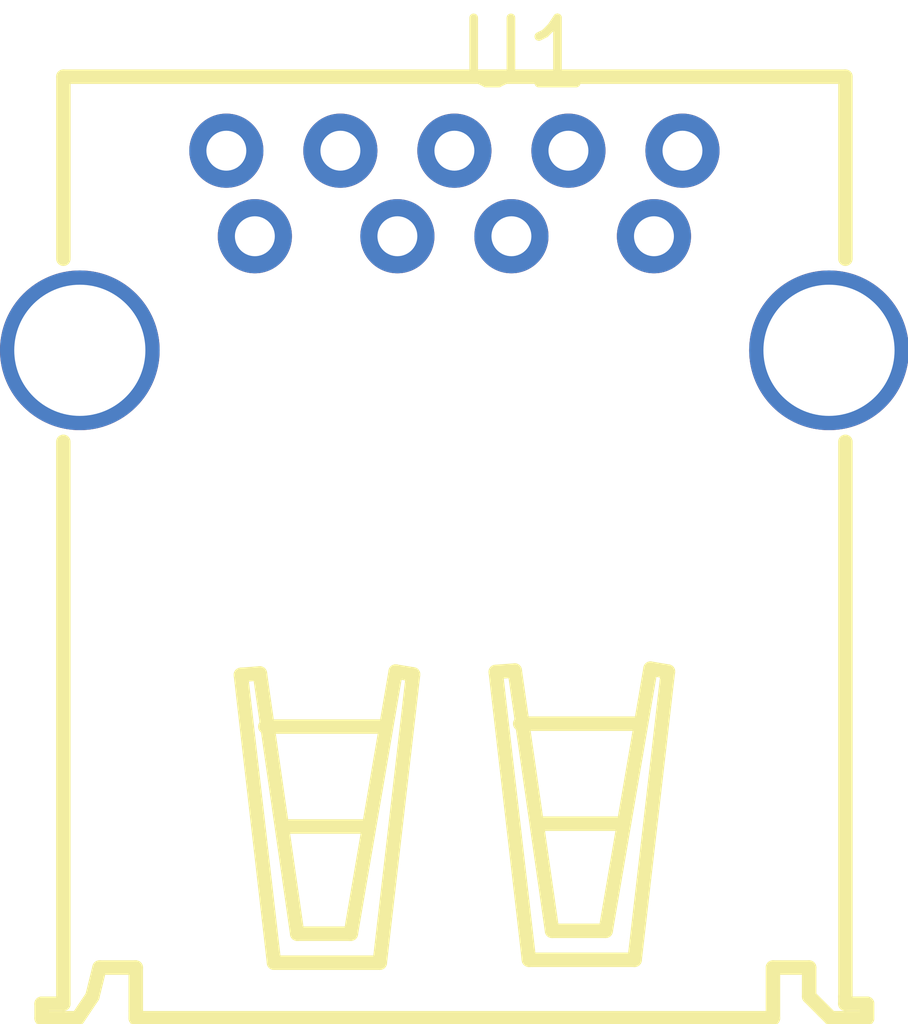
<source format=kicad_pcb>
(kicad_pcb (version 20211014) (generator pcbnew)
  (layers (0 "F.Cu" signal) (31 "B.Cu" signal) (34 "B.Paste" user) (35 "F.Paste" user) (36 "B.SilkS" user "B.Silkscreen") (37 "F.SilkS" user "F.Silkscreen") (38 "B.Mask" user) (39 "F.Mask" user) (44 "Edge.Cuts" user))
  (net 0 "")
  (footprint "easyeda:USB-3.0-TH_C69073" (layer "F.Cu") (at 120.9548 147.2946)
    (fp_text reference "U1" (at -0.034 -3.457) (layer "F.SilkS") (effects (font (size 1.143 1.143) (thickness 0.152)) (justify left)))
    (fp_text value "USB-3.0-TH_C69073" hide)
    (fp_line (start 3.745 7.383) (end 3.161 12.437) (layer "F.SilkS") (width 0.254))
    (fp_line (start 1.154 8.297) (end 3.237 8.297) (layer "F.SilkS") (width 0.254))
    (fp_line (start 6.603 13.462) (end 7.238 13.462) (layer "F.SilkS") (width 0.254))
    (fp_line (start -6.859 3.355) (end -6.859 13.208) (layer "F.SilkS") (width 0.254))
    (fp_line (start -3.745 7.441) (end -3.164 12.488) (layer "F.SilkS") (width 0.254))
    (fp_line (start -6.35 13.081) (end -6.224 12.573) (layer "F.SilkS") (width 0.254))
    (fp_line (start -2.986 10.1) (end -1.538 10.1) (layer "F.SilkS") (width 0.254))
    (fp_line (start 6.857 13.208) (end 6.857 13.081) (layer "F.SilkS") (width 0.254))
    (fp_line (start 6.476 13.335) (end 6.603 13.462) (layer "F.SilkS") (width 0.254))
    (fp_line (start -6.858 -3.048) (end -6.858 0.144) (layer "F.SilkS") (width 0.254))
    (fp_line (start 3.161 12.437) (end 1.307 12.437) (layer "F.SilkS") (width 0.254))
    (fp_line (start 6.222 13.081) (end 6.476 13.335) (layer "F.SilkS") (width 0.254))
    (fp_line (start 5.587 13.462) (end 5.587 12.573) (layer "F.SilkS") (width 0.254))
    (fp_line (start -6.224 12.573) (end -5.589 12.573) (layer "F.SilkS") (width 0.254))
    (fp_line (start -3.412 7.416) (end -3.745 7.441) (layer "F.SilkS") (width 0.254))
    (fp_line (start 6.858 0.144) (end 6.858 -3.048) (layer "F.SilkS") (width 0.254))
    (fp_line (start 2.653 11.929) (end 3.44 7.332) (layer "F.SilkS") (width 0.254))
    (fp_line (start -7.24 13.208) (end -7.24 13.462) (layer "F.SilkS") (width 0.254))
    (fp_line (start 6.858 13.081) (end 6.858 3.355) (layer "F.SilkS") (width 0.254))
    (fp_line (start 1.307 12.437) (end 0.725 7.39) (layer "F.SilkS") (width 0.254))
    (fp_line (start -1.309 12.488) (end -0.725 7.433) (layer "F.SilkS") (width 0.254))
    (fp_line (start 6.858 -3.048) (end -6.858 -3.048) (layer "F.SilkS") (width 0.254))
    (fp_line (start -6.859 13.208) (end -7.24 13.208) (layer "F.SilkS") (width 0.254))
    (fp_line (start 6.222 12.573) (end 6.222 13.081) (layer "F.SilkS") (width 0.254))
    (fp_line (start 5.587 12.573) (end 6.222 12.573) (layer "F.SilkS") (width 0.254))
    (fp_line (start -5.589 13.462) (end 5.587 13.462) (layer "F.SilkS") (width 0.254))
    (fp_line (start -3.316 8.348) (end -1.233 8.348) (layer "F.SilkS") (width 0.254))
    (fp_line (start -0.725 7.433) (end -1.03 7.383) (layer "F.SilkS") (width 0.254))
    (fp_line (start 0.725 7.39) (end 1.058 7.365) (layer "F.SilkS") (width 0.254))
    (fp_line (start -1.03 7.383) (end -1.817 11.98) (layer "F.SilkS") (width 0.254))
    (fp_line (start -6.605 13.462) (end -6.35 13.081) (layer "F.SilkS") (width 0.254))
    (fp_line (start 3.44 7.332) (end 3.745 7.383) (layer "F.SilkS") (width 0.254))
    (fp_line (start -1.817 11.98) (end -2.757 11.98) (layer "F.SilkS") (width 0.254))
    (fp_line (start -5.589 12.573) (end -5.589 13.335) (layer "F.SilkS") (width 0.254))
    (fp_line (start -3.164 12.488) (end -1.309 12.488) (layer "F.SilkS") (width 0.254))
    (fp_line (start 7.238 13.208) (end 6.857 13.208) (layer "F.SilkS") (width 0.254))
    (fp_line (start 1.058 7.365) (end 1.713 11.929) (layer "F.SilkS") (width 0.254))
    (fp_line (start -7.24 13.462) (end -6.605 13.462) (layer "F.SilkS") (width 0.254))
    (fp_line (start -2.757 11.98) (end -3.412 7.416) (layer "F.SilkS") (width 0.254))
    (fp_line (start 1.713 11.929) (end 2.653 11.929) (layer "F.SilkS") (width 0.254))
    (fp_line (start -5.589 13.335) (end -5.589 13.462) (layer "F.SilkS") (width 0.254))
    (fp_line (start 1.485 10.05) (end 2.932 10.05) (layer "F.SilkS") (width 0.254))
    (fp_line (start 7.238 13.462) (end 7.238 13.208) (layer "F.SilkS") (width 0.254))
    (pad "1" thru_hole circle locked (at -3.5 -0.25) (size 1.3 1.3) (drill 0.7) (layers *.Cu *.Paste *.Mask))
    (pad "2" thru_hole circle locked (at -1 -0.25) (size 1.3 1.3) (drill 0.7) (layers *.Cu *.Paste *.Mask))
    (pad "3" thru_hole circle locked (at 1 -0.25) (size 1.3 1.3) (drill 0.7) (layers *.Cu *.Paste *.Mask))
    (pad "4" thru_hole circle locked (at 3.5 -0.25) (size 1.3 1.3) (drill 0.7) (layers *.Cu *.Paste *.Mask))
    (pad "5" thru_hole circle locked (at 4 -1.75) (size 1.3 1.3) (drill 0.7) (layers *.Cu *.Paste *.Mask))
    (pad "6" thru_hole circle locked (at 2 -1.75) (size 1.3 1.3) (drill 0.7) (layers *.Cu *.Paste *.Mask))
    (pad "7" thru_hole circle locked (at 0 -1.75) (size 1.3 1.3) (drill 0.7) (layers *.Cu *.Paste *.Mask))
    (pad "8" thru_hole circle locked (at -2 -1.75) (size 1.3 1.3) (drill 0.7) (layers *.Cu *.Paste *.Mask))
    (pad "9" thru_hole circle locked (at -4 -1.75) (size 1.3 1.3) (drill 0.7) (layers *.Cu *.Paste *.Mask))
    (pad "10" thru_hole circle locked (at -6.57 1.75) (size 2.8 2.8) (drill 2.3) (layers *.Cu *.Paste *.Mask))
    (pad "11" thru_hole circle locked (at 6.57 1.75) (size 2.8 2.8) (drill 2.3) (layers *.Cu *.Paste *.Mask))
  )
)
</source>
